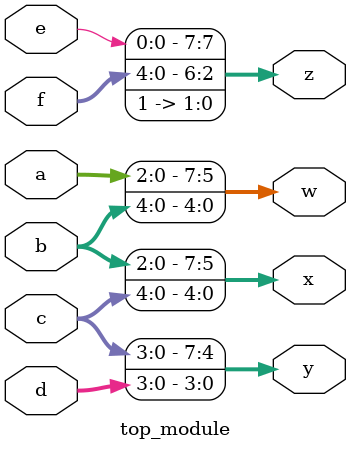
<source format=sv>
module top_module (
    input [4:0] a,
    input [4:0] b,
    input [4:0] c,
    input [4:0] d,
    input [4:0] e,
    input [4:0] f,
    output [7:0] w,
    output [7:0] x,
    output [7:0] y,
    output [7:0] z
);
    assign w = {a, b[4:0]};
    assign x = {b[4:0], c};
    assign y = {c, d[3:0]};
    assign z = {d[3:0], e, f, 2'b11};
endmodule

</source>
